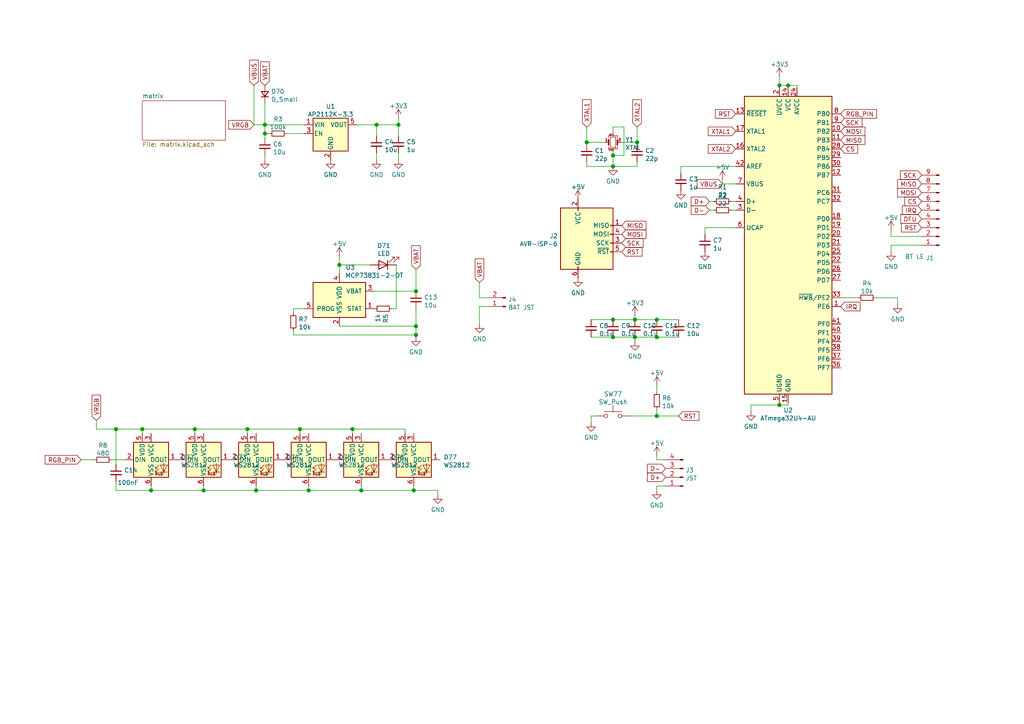
<source format=kicad_sch>
(kicad_sch (version 20210126) (generator eeschema)
  (paper "A4")
  (lib_symbols
    (symbol "Battery_Management:MCP73831-2-OT" (pin_names (offset 1.016))
      (property "Reference" "U" (at -7.62 6.35 0))
      (property "Value" "MCP73831-2-OT" (at 1.27 6.35 0))
      (symbol "MCP73831-2-OT_0_1"
        (rectangle (start -7.62 5.08) (end 7.62 -5.08) (stroke (width 0.254)) (fill (type background)))
      )
      (symbol "MCP73831-2-OT_1_1"
        (pin output line (at 10.16 -2.54 180) (length 2.54) (name "STAT") (number "1"))
        (pin power_in line (at 0 -7.62 90) (length 2.54) (name "VSS") (number "2"))
        (pin power_out line (at 10.16 2.54 180) (length 2.54) (name "VBAT") (number "3"))
        (pin power_in line (at 0 7.62 270) (length 2.54) (name "VDD") (number "4"))
        (pin input line (at -10.16 -2.54 0) (length 2.54) (name "PROG") (number "5"))
      )
    )
    (symbol "Connector:AVR-ISP-6" (pin_names (offset 1.016))
      (property "Reference" "J" (at -6.35 11.43 0))
      (property "Value" "AVR-ISP-6" (at 0 11.43 0))
      (symbol "AVR-ISP-6_0_1"
        (rectangle (start -2.667 -6.858) (end -2.413 -7.62))
        (rectangle (start -2.667 10.16) (end -2.413 9.398))
        (rectangle (start 7.62 -2.413) (end 6.858 -2.667))
        (rectangle (start 7.62 0.127) (end 6.858 -0.127))
        (rectangle (start 7.62 2.667) (end 6.858 2.413))
        (rectangle (start 7.62 5.207) (end 6.858 4.953))
        (rectangle (start 7.62 10.16) (end -7.62 -7.62) (stroke (width 0.254)) (fill (type background)))
      )
      (symbol "AVR-ISP-6_1_1"
        (pin passive line (at 10.16 5.08 180) (length 2.54) (name "MISO") (number "1"))
        (pin passive line (at -2.54 12.7 270) (length 2.54) (name "VCC") (number "2"))
        (pin passive line (at 10.16 0 180) (length 2.54) (name "SCK") (number "3"))
        (pin passive line (at 10.16 2.54 180) (length 2.54) (name "MOSI") (number "4"))
        (pin passive line (at 10.16 -2.54 180) (length 2.54) (name "~RST") (number "5"))
        (pin passive line (at -2.54 -10.16 90) (length 2.54) (name "GND") (number "6"))
      )
    )
    (symbol "Connector:Conn_01x02_Male" (pin_names (offset 1.016) hide)
      (property "Reference" "J" (at 0 2.54 0))
      (property "Value" "Conn_01x02_Male" (at 0 -5.08 0))
      (symbol "Conn_01x02_Male_1_1"
        (rectangle (start 0.8636 -2.413) (end 0 -2.667) (stroke (width 0.1524)) (fill (type outline)))
        (rectangle (start 0.8636 0.127) (end 0 -0.127) (stroke (width 0.1524)) (fill (type outline)))
        (polyline (pts (xy 1.27 -2.54) (xy 0.8636 -2.54)) (stroke (width 0.1524)))
        (polyline (pts (xy 1.27 0) (xy 0.8636 0)) (stroke (width 0.1524)))
        (pin passive line (at 5.08 0 180) (length 3.81) (name "Pin_1") (number "1"))
        (pin passive line (at 5.08 -2.54 180) (length 3.81) (name "Pin_2") (number "2"))
      )
    )
    (symbol "Connector:Conn_01x04_Male" (pin_names (offset 1.016) hide)
      (property "Reference" "J" (at 0 5.08 0))
      (property "Value" "Conn_01x04_Male" (at 0 -7.62 0))
      (symbol "Conn_01x04_Male_1_1"
        (rectangle (start 0.8636 -4.953) (end 0 -5.207) (stroke (width 0.1524)) (fill (type outline)))
        (rectangle (start 0.8636 -2.413) (end 0 -2.667) (stroke (width 0.1524)) (fill (type outline)))
        (rectangle (start 0.8636 0.127) (end 0 -0.127) (stroke (width 0.1524)) (fill (type outline)))
        (rectangle (start 0.8636 2.667) (end 0 2.413) (stroke (width 0.1524)) (fill (type outline)))
        (polyline (pts (xy 1.27 -5.08) (xy 0.8636 -5.08)) (stroke (width 0.1524)))
        (polyline (pts (xy 1.27 -2.54) (xy 0.8636 -2.54)) (stroke (width 0.1524)))
        (polyline (pts (xy 1.27 0) (xy 0.8636 0)) (stroke (width 0.1524)))
        (polyline (pts (xy 1.27 2.54) (xy 0.8636 2.54)) (stroke (width 0.1524)))
        (pin passive line (at 5.08 2.54 180) (length 3.81) (name "Pin_1") (number "1"))
        (pin passive line (at 5.08 0 180) (length 3.81) (name "Pin_2") (number "2"))
        (pin passive line (at 5.08 -2.54 180) (length 3.81) (name "Pin_3") (number "3"))
        (pin passive line (at 5.08 -5.08 180) (length 3.81) (name "Pin_4") (number "4"))
      )
    )
    (symbol "Connector:Conn_01x09_Male" (pin_names (offset 1.016) hide)
      (property "Reference" "J" (at 0 12.7 0))
      (property "Value" "Conn_01x09_Male" (at 0 -12.7 0))
      (symbol "Conn_01x09_Male_1_1"
        (rectangle (start 0.8636 -10.033) (end 0 -10.287) (stroke (width 0.1524)) (fill (type outline)))
        (rectangle (start 0.8636 -7.493) (end 0 -7.747) (stroke (width 0.1524)) (fill (type outline)))
        (rectangle (start 0.8636 -4.953) (end 0 -5.207) (stroke (width 0.1524)) (fill (type outline)))
        (rectangle (start 0.8636 -2.413) (end 0 -2.667) (stroke (width 0.1524)) (fill (type outline)))
        (rectangle (start 0.8636 0.127) (end 0 -0.127) (stroke (width 0.1524)) (fill (type outline)))
        (rectangle (start 0.8636 2.667) (end 0 2.413) (stroke (width 0.1524)) (fill (type outline)))
        (rectangle (start 0.8636 5.207) (end 0 4.953) (stroke (width 0.1524)) (fill (type outline)))
        (rectangle (start 0.8636 7.747) (end 0 7.493) (stroke (width 0.1524)) (fill (type outline)))
        (rectangle (start 0.8636 10.287) (end 0 10.033) (stroke (width 0.1524)) (fill (type outline)))
        (polyline (pts (xy 1.27 -10.16) (xy 0.8636 -10.16)) (stroke (width 0.1524)))
        (polyline (pts (xy 1.27 -7.62) (xy 0.8636 -7.62)) (stroke (width 0.1524)))
        (polyline (pts (xy 1.27 -5.08) (xy 0.8636 -5.08)) (stroke (width 0.1524)))
        (polyline (pts (xy 1.27 -2.54) (xy 0.8636 -2.54)) (stroke (width 0.1524)))
        (polyline (pts (xy 1.27 0) (xy 0.8636 0)) (stroke (width 0.1524)))
        (polyline (pts (xy 1.27 2.54) (xy 0.8636 2.54)) (stroke (width 0.1524)))
        (polyline (pts (xy 1.27 5.08) (xy 0.8636 5.08)) (stroke (width 0.1524)))
        (polyline (pts (xy 1.27 7.62) (xy 0.8636 7.62)) (stroke (width 0.1524)))
        (polyline (pts (xy 1.27 10.16) (xy 0.8636 10.16)) (stroke (width 0.1524)))
        (pin passive line (at 5.08 10.16 180) (length 3.81) (name "Pin_1") (number "1"))
        (pin passive line (at 5.08 7.62 180) (length 3.81) (name "Pin_2") (number "2"))
        (pin passive line (at 5.08 5.08 180) (length 3.81) (name "Pin_3") (number "3"))
        (pin passive line (at 5.08 2.54 180) (length 3.81) (name "Pin_4") (number "4"))
        (pin passive line (at 5.08 0 180) (length 3.81) (name "Pin_5") (number "5"))
        (pin passive line (at 5.08 -2.54 180) (length 3.81) (name "Pin_6") (number "6"))
        (pin passive line (at 5.08 -5.08 180) (length 3.81) (name "Pin_7") (number "7"))
        (pin passive line (at 5.08 -7.62 180) (length 3.81) (name "Pin_8") (number "8"))
        (pin passive line (at 5.08 -10.16 180) (length 3.81) (name "Pin_9") (number "9"))
      )
    )
    (symbol "Device:C_Small" (pin_numbers hide) (pin_names (offset 0.254) hide)
      (property "Reference" "C" (at 0.254 1.778 0))
      (property "Value" "C_Small" (at 0.254 -2.032 0))
      (symbol "C_Small_0_1"
        (polyline (pts (xy -1.524 -0.508) (xy 1.524 -0.508)) (stroke (width 0.3302)))
        (polyline (pts (xy -1.524 0.508) (xy 1.524 0.508)) (stroke (width 0.3048)))
      )
      (symbol "C_Small_1_1"
        (pin passive line (at 0 2.54 270) (length 2.032) (name "~") (number "1"))
        (pin passive line (at 0 -2.54 90) (length 2.032) (name "~") (number "2"))
      )
    )
    (symbol "Device:Crystal_GND24_Small" (pin_names (offset 1.016) hide)
      (property "Reference" "Y" (at 1.27 4.445 0))
      (property "Value" "Crystal_GND24_Small" (at 1.27 2.54 0))
      (symbol "Crystal_GND24_Small_0_1"
        (rectangle (start -0.762 -1.524) (end 0.762 1.524))
        (polyline (pts (xy -1.27 -0.762) (xy -1.27 0.762)) (stroke (width 0.381)))
        (polyline (pts (xy 1.27 -0.762) (xy 1.27 0.762)) (stroke (width 0.381)))
        (polyline (pts (xy -1.27 -1.27) (xy -1.27 -1.905) (xy 1.27 -1.905) (xy 1.27 -1.27)))
        (polyline (pts (xy -1.27 1.27) (xy -1.27 1.905) (xy 1.27 1.905) (xy 1.27 1.27)))
      )
      (symbol "Crystal_GND24_Small_1_1"
        (pin passive line (at -2.54 0 0) (length 1.27) (name "1") (number "1"))
        (pin passive line (at 0 -2.54 90) (length 0.635) (name "2") (number "2"))
        (pin passive line (at 2.54 0 180) (length 1.27) (name "3") (number "3"))
        (pin passive line (at 0 2.54 270) (length 0.635) (name "4") (number "4"))
      )
    )
    (symbol "Device:D_Small" (pin_numbers hide) (pin_names (offset 0.254) hide)
      (property "Reference" "D" (at -1.27 2.032 0))
      (property "Value" "D_Small" (at -3.81 -2.032 0))
      (symbol "D_Small_0_1"
        (polyline (pts (xy -0.762 -1.016) (xy -0.762 1.016)) (stroke (width 0.254)))
        (polyline (pts (xy -0.762 0) (xy 0.762 0)))
        (polyline (pts (xy 0.762 -1.016) (xy -0.762 0) (xy 0.762 1.016) (xy 0.762 -1.016)) (stroke (width 0.254)))
      )
      (symbol "D_Small_1_1"
        (pin passive line (at -2.54 0 0) (length 1.778) (name "K") (number "1"))
        (pin passive line (at 2.54 0 180) (length 1.778) (name "A") (number "2"))
      )
    )
    (symbol "Device:LED" (pin_numbers hide) (pin_names (offset 1.016) hide)
      (property "Reference" "D" (at 0 2.54 0))
      (property "Value" "LED" (at 0 -2.54 0))
      (symbol "LED_0_1"
        (polyline (pts (xy -1.27 -1.27) (xy -1.27 1.27)) (stroke (width 0.254)))
        (polyline (pts (xy -1.27 0) (xy 1.27 0)))
        (polyline (pts (xy 1.27 -1.27) (xy 1.27 1.27) (xy -1.27 0) (xy 1.27 -1.27)) (stroke (width 0.254)))
        (polyline (pts (xy -3.048 -0.762) (xy -4.572 -2.286) (xy -3.81 -2.286) (xy -4.572 -2.286) (xy -4.572 -1.524)))
        (polyline (pts (xy -1.778 -0.762) (xy -3.302 -2.286) (xy -2.54 -2.286) (xy -3.302 -2.286) (xy -3.302 -1.524)))
      )
      (symbol "LED_1_1"
        (pin passive line (at -3.81 0 0) (length 2.54) (name "K") (number "1"))
        (pin passive line (at 3.81 0 180) (length 2.54) (name "A") (number "2"))
      )
    )
    (symbol "Device:R_Small" (pin_numbers hide) (pin_names (offset 0.254) hide)
      (property "Reference" "R" (at 0.762 0.508 0))
      (property "Value" "R_Small" (at 0.762 -1.016 0))
      (symbol "R_Small_0_1"
        (rectangle (start -0.762 1.778) (end 0.762 -1.778) (stroke (width 0.2032)))
      )
      (symbol "R_Small_1_1"
        (pin passive line (at 0 2.54 270) (length 0.762) (name "~") (number "1"))
        (pin passive line (at 0 -2.54 90) (length 0.762) (name "~") (number "2"))
      )
    )
    (symbol "LED:WS2812" (pin_names (offset 0.254))
      (property "Reference" "D" (at 5.08 5.715 0))
      (property "Value" "WS2812" (at 1.27 -5.715 0))
      (symbol "WS2812_0_0"
        (text "RGB" (at 2.286 -4.191 0) (effects (font (size 0.762 0.762))))
      )
      (symbol "WS2812_0_1"
        (rectangle (start 5.08 5.08) (end -5.08 -5.08) (stroke (width 0.254)) (fill (type background)))
        (polyline (pts (xy 1.27 -3.556) (xy 1.778 -3.556)))
        (polyline (pts (xy 1.27 -2.54) (xy 1.778 -2.54)))
        (polyline (pts (xy 4.699 -3.556) (xy 2.667 -3.556)))
        (polyline (pts (xy 2.286 -2.54) (xy 1.27 -3.556) (xy 1.27 -3.048)))
        (polyline (pts (xy 2.286 -1.524) (xy 1.27 -2.54) (xy 1.27 -2.032)))
        (polyline (pts (xy 3.683 -1.016) (xy 3.683 -3.556) (xy 3.683 -4.064)))
        (polyline (pts (xy 4.699 -1.524) (xy 2.667 -1.524) (xy 3.683 -3.556) (xy 4.699 -1.524)))
      )
      (symbol "WS2812_1_1"
        (pin output line (at 7.62 0 180) (length 2.54) (name "DOUT") (number "1"))
        (pin input line (at -7.62 0 0) (length 2.54) (name "DIN") (number "2"))
        (pin power_in line (at 0 7.62 270) (length 2.54) (name "VCC") (number "3"))
        (pin no_connect line (at 5.08 2.54 180) (length 2.54) hide (name "NC") (number "4"))
        (pin power_in line (at -2.54 7.62 270) (length 2.54) (name "VDD") (number "5"))
        (pin power_in line (at 0 -7.62 90) (length 2.54) (name "VSS") (number "6"))
      )
    )
    (symbol "MCU_Microchip_ATmega:ATmega32U4-AU"
      (property "Reference" "U" (at -12.7 44.45 0))
      (property "Value" "ATmega32U4-AU" (at 2.54 -44.45 0))
      (symbol "ATmega32U4-AU_0_1"
        (rectangle (start -12.7 -43.18) (end 12.7 43.18) (stroke (width 0.254)) (fill (type background)))
      )
      (symbol "ATmega32U4-AU_1_1"
        (pin bidirectional line (at 15.24 -17.78 180) (length 2.54) (name "PE6") (number "1"))
        (pin bidirectional line (at 15.24 33.02 180) (length 2.54) (name "PB2") (number "10"))
        (pin bidirectional line (at 15.24 30.48 180) (length 2.54) (name "PB3") (number "11"))
        (pin bidirectional line (at 15.24 20.32 180) (length 2.54) (name "PB7") (number "12"))
        (pin input line (at -15.24 38.1 0) (length 2.54) (name "~RESET") (number "13"))
        (pin power_in line (at 0 45.72 270) (length 2.54) (name "VCC") (number "14"))
        (pin power_in line (at 0 -45.72 90) (length 2.54) (name "GND") (number "15"))
        (pin output line (at -15.24 27.94 0) (length 2.54) (name "XTAL2") (number "16"))
        (pin input line (at -15.24 33.02 0) (length 2.54) (name "XTAL1") (number "17"))
        (pin bidirectional line (at 15.24 7.62 180) (length 2.54) (name "PD0") (number "18"))
        (pin bidirectional line (at 15.24 5.08 180) (length 2.54) (name "PD1") (number "19"))
        (pin power_in line (at -2.54 45.72 270) (length 2.54) (name "UVCC") (number "2"))
        (pin bidirectional line (at 15.24 2.54 180) (length 2.54) (name "PD2") (number "20"))
        (pin bidirectional line (at 15.24 0 180) (length 2.54) (name "PD3") (number "21"))
        (pin bidirectional line (at 15.24 -5.08 180) (length 2.54) (name "PD5") (number "22"))
        (pin passive line (at 0 -45.72 90) (length 2.54) hide (name "GND") (number "23"))
        (pin power_in line (at 2.54 45.72 270) (length 2.54) (name "AVCC") (number "24"))
        (pin bidirectional line (at 15.24 -2.54 180) (length 2.54) (name "PD4") (number "25"))
        (pin bidirectional line (at 15.24 -7.62 180) (length 2.54) (name "PD6") (number "26"))
        (pin bidirectional line (at 15.24 -10.16 180) (length 2.54) (name "PD7") (number "27"))
        (pin bidirectional line (at 15.24 27.94 180) (length 2.54) (name "PB4") (number "28"))
        (pin bidirectional line (at 15.24 25.4 180) (length 2.54) (name "PB5") (number "29"))
        (pin bidirectional line (at -15.24 10.16 0) (length 2.54) (name "D-") (number "3"))
        (pin bidirectional line (at 15.24 22.86 180) (length 2.54) (name "PB6") (number "30"))
        (pin bidirectional line (at 15.24 15.24 180) (length 2.54) (name "PC6") (number "31"))
        (pin bidirectional line (at 15.24 12.7 180) (length 2.54) (name "PC7") (number "32"))
        (pin bidirectional line (at 15.24 -15.24 180) (length 2.54) (name "~HWB~/PE2") (number "33"))
        (pin passive line (at 0 45.72 270) (length 2.54) hide (name "VCC") (number "34"))
        (pin passive line (at 0 -45.72 90) (length 2.54) hide (name "GND") (number "35"))
        (pin bidirectional line (at 15.24 -35.56 180) (length 2.54) (name "PF7") (number "36"))
        (pin bidirectional line (at 15.24 -33.02 180) (length 2.54) (name "PF6") (number "37"))
        (pin bidirectional line (at 15.24 -30.48 180) (length 2.54) (name "PF5") (number "38"))
        (pin bidirectional line (at 15.24 -27.94 180) (length 2.54) (name "PF4") (number "39"))
        (pin bidirectional line (at -15.24 12.7 0) (length 2.54) (name "D+") (number "4"))
        (pin bidirectional line (at 15.24 -25.4 180) (length 2.54) (name "PF1") (number "40"))
        (pin bidirectional line (at 15.24 -22.86 180) (length 2.54) (name "PF0") (number "41"))
        (pin passive line (at -15.24 22.86 0) (length 2.54) (name "AREF") (number "42"))
        (pin passive line (at 0 -45.72 90) (length 2.54) hide (name "GND") (number "43"))
        (pin passive line (at 2.54 45.72 270) (length 2.54) hide (name "AVCC") (number "44"))
        (pin passive line (at -2.54 -45.72 90) (length 2.54) (name "UGND") (number "5"))
        (pin passive line (at -15.24 5.08 0) (length 2.54) (name "UCAP") (number "6"))
        (pin input line (at -15.24 17.78 0) (length 2.54) (name "VBUS") (number "7"))
        (pin bidirectional line (at 15.24 38.1 180) (length 2.54) (name "PB0") (number "8"))
        (pin bidirectional line (at 15.24 35.56 180) (length 2.54) (name "PB1") (number "9"))
      )
    )
    (symbol "Regulator_Linear:AP2112K-3.3" (pin_names (offset 0.254))
      (property "Reference" "U" (at -5.08 5.715 0))
      (property "Value" "AP2112K-3.3" (at 0 5.715 0))
      (symbol "AP2112K-3.3_0_1"
        (rectangle (start -5.08 4.445) (end 5.08 -5.08) (stroke (width 0.254)) (fill (type background)))
      )
      (symbol "AP2112K-3.3_1_1"
        (pin power_in line (at -7.62 2.54 0) (length 2.54) (name "VIN") (number "1"))
        (pin power_in line (at 0 -7.62 90) (length 2.54) (name "GND") (number "2"))
        (pin input line (at -7.62 0 0) (length 2.54) (name "EN") (number "3"))
        (pin no_connect line (at 5.08 0 180) (length 2.54) hide (name "NC") (number "4"))
        (pin power_out line (at 7.62 2.54 180) (length 2.54) (name "VOUT") (number "5"))
      )
    )
    (symbol "Switch:SW_Push" (pin_numbers hide) (pin_names (offset 1.016) hide)
      (property "Reference" "SW" (at 1.27 2.54 0))
      (property "Value" "SW_Push" (at 0 -1.524 0))
      (symbol "SW_Push_0_1"
        (circle (center -2.032 0) (radius 0.508))
        (circle (center 2.032 0) (radius 0.508))
        (polyline (pts (xy 0 1.27) (xy 0 3.048)))
        (polyline (pts (xy 2.54 1.27) (xy -2.54 1.27)))
        (pin passive line (at -5.08 0 0) (length 2.54) (name "1") (number "1"))
        (pin passive line (at 5.08 0 180) (length 2.54) (name "2") (number "2"))
      )
    )
    (symbol "power:+3.3V" (power) (pin_names (offset 0))
      (property "Value" "+3.3V" (at 0 3.556 0))
      (symbol "+3.3V_0_1"
        (polyline (pts (xy -0.762 1.27) (xy 0 2.54)))
        (polyline (pts (xy 0 0) (xy 0 2.54)))
        (polyline (pts (xy 0 2.54) (xy 0.762 1.27)))
      )
      (symbol "+3.3V_1_1"
        (pin power_in line (at 0 0 90) (length 0) hide (name "+3V3") (number "1"))
      )
    )
    (symbol "power:+5V" (power) (pin_names (offset 0))
      (property "Value" "+5V" (at 0 3.556 0))
      (symbol "+5V_0_1"
        (polyline (pts (xy -0.762 1.27) (xy 0 2.54)))
        (polyline (pts (xy 0 0) (xy 0 2.54)))
        (polyline (pts (xy 0 2.54) (xy 0.762 1.27)))
      )
      (symbol "+5V_1_1"
        (pin power_in line (at 0 0 90) (length 0) hide (name "+5V") (number "1"))
      )
    )
    (symbol "power:GND" (power) (pin_names (offset 0))
      (property "Value" "GND" (at 0 -3.81 0))
      (symbol "GND_0_1"
        (polyline (pts (xy 0 0) (xy 0 -1.27) (xy 1.27 -1.27) (xy 0 -2.54) (xy -1.27 -1.27) (xy 0 -1.27)))
      )
      (symbol "GND_1_1"
        (pin power_in line (at 0 0 270) (length 0) hide (name "GND") (number "1"))
      )
    )
  )
  (junction (at 33.655 124.46) (diameter 1.016))
  (junction (at 41.275 124.46) (diameter 1.016))
  (junction (at 43.815 142.24) (diameter 1.016))
  (junction (at 56.515 124.46) (diameter 1.016))
  (junction (at 59.055 142.24) (diameter 1.016))
  (junction (at 71.755 124.46) (diameter 1.016))
  (junction (at 74.295 142.24) (diameter 1.016))
  (junction (at 76.835 36.195) (diameter 1.016))
  (junction (at 76.835 38.735) (diameter 1.016))
  (junction (at 86.995 124.46) (diameter 1.016))
  (junction (at 89.535 142.24) (diameter 1.016))
  (junction (at 98.425 76.835) (diameter 1.016))
  (junction (at 102.235 124.46) (diameter 1.016))
  (junction (at 104.775 142.24) (diameter 1.016))
  (junction (at 109.22 36.195) (diameter 1.016))
  (junction (at 115.57 36.195) (diameter 1.016))
  (junction (at 120.015 142.24) (diameter 1.016))
  (junction (at 120.65 84.455) (diameter 1.016))
  (junction (at 120.65 94.615) (diameter 1.016))
  (junction (at 120.65 97.155) (diameter 1.016))
  (junction (at 170.18 41.275) (diameter 1.016))
  (junction (at 177.8 45.085) (diameter 1.016))
  (junction (at 177.8 48.26) (diameter 1.016))
  (junction (at 177.8 92.71) (diameter 1.016))
  (junction (at 177.8 97.79) (diameter 1.016))
  (junction (at 184.15 92.71) (diameter 1.016))
  (junction (at 184.15 97.79) (diameter 1.016))
  (junction (at 184.785 41.275) (diameter 1.016))
  (junction (at 190.5 92.71) (diameter 1.016))
  (junction (at 190.5 97.79) (diameter 1.016))
  (junction (at 190.5 120.65) (diameter 1.016))
  (junction (at 226.06 24.765) (diameter 1.016))
  (junction (at 226.06 117.475) (diameter 1.016))
  (junction (at 228.6 24.765) (diameter 1.016))
  (wire (pts (xy 23.495 133.35) (xy 27.305 133.35)))
  (wire (pts (xy 27.94 121.92) (xy 27.94 124.46)))
  (wire (pts (xy 27.94 124.46) (xy 33.655 124.46)))
  (wire (pts (xy 32.385 133.35) (xy 36.195 133.35)))
  (wire (pts (xy 33.655 124.46) (xy 33.655 134.62)))
  (wire (pts (xy 33.655 124.46) (xy 41.275 124.46)))
  (wire (pts (xy 33.655 142.24) (xy 33.655 139.7)))
  (wire (pts (xy 41.275 124.46) (xy 56.515 124.46)))
  (wire (pts (xy 41.275 125.73) (xy 41.275 124.46)))
  (wire (pts (xy 43.815 140.97) (xy 43.815 142.24)))
  (wire (pts (xy 43.815 142.24) (xy 33.655 142.24)))
  (wire (pts (xy 43.815 142.24) (xy 59.055 142.24)))
  (wire (pts (xy 56.515 124.46) (xy 56.515 125.73)))
  (wire (pts (xy 56.515 124.46) (xy 71.755 124.46)))
  (wire (pts (xy 59.055 142.24) (xy 59.055 140.97)))
  (wire (pts (xy 59.055 142.24) (xy 74.295 142.24)))
  (wire (pts (xy 71.755 124.46) (xy 71.755 125.73)))
  (wire (pts (xy 71.755 124.46) (xy 86.995 124.46)))
  (wire (pts (xy 73.66 24.765) (xy 73.66 36.195)))
  (wire (pts (xy 73.66 36.195) (xy 76.835 36.195)))
  (wire (pts (xy 74.295 142.24) (xy 74.295 140.97)))
  (wire (pts (xy 74.295 142.24) (xy 89.535 142.24)))
  (wire (pts (xy 76.835 29.845) (xy 76.835 36.195)))
  (wire (pts (xy 76.835 36.195) (xy 76.835 38.735)))
  (wire (pts (xy 76.835 36.195) (xy 88.265 36.195)))
  (wire (pts (xy 76.835 38.735) (xy 76.835 40.005)))
  (wire (pts (xy 76.835 38.735) (xy 78.105 38.735)))
  (wire (pts (xy 76.835 45.085) (xy 76.835 46.355)))
  (wire (pts (xy 83.185 38.735) (xy 88.265 38.735)))
  (wire (pts (xy 85.09 89.535) (xy 88.265 89.535)))
  (wire (pts (xy 85.09 90.805) (xy 85.09 89.535)))
  (wire (pts (xy 85.09 95.885) (xy 85.09 97.155)))
  (wire (pts (xy 85.09 97.155) (xy 120.65 97.155)))
  (wire (pts (xy 86.995 124.46) (xy 86.995 125.73)))
  (wire (pts (xy 86.995 124.46) (xy 102.235 124.46)))
  (wire (pts (xy 89.535 142.24) (xy 89.535 140.97)))
  (wire (pts (xy 89.535 142.24) (xy 104.775 142.24)))
  (wire (pts (xy 98.425 74.295) (xy 98.425 76.835)))
  (wire (pts (xy 98.425 76.835) (xy 98.425 79.375)))
  (wire (pts (xy 98.425 76.835) (xy 107.315 76.835)))
  (wire (pts (xy 98.425 94.615) (xy 120.65 94.615)))
  (wire (pts (xy 102.235 124.46) (xy 102.235 125.73)))
  (wire (pts (xy 102.235 124.46) (xy 117.475 124.46)))
  (wire (pts (xy 103.505 36.195) (xy 109.22 36.195)))
  (wire (pts (xy 104.775 142.24) (xy 104.775 140.97)))
  (wire (pts (xy 104.775 142.24) (xy 120.015 142.24)))
  (wire (pts (xy 108.585 84.455) (xy 120.65 84.455)))
  (wire (pts (xy 109.22 36.195) (xy 109.22 39.37)))
  (wire (pts (xy 109.22 36.195) (xy 115.57 36.195)))
  (wire (pts (xy 109.22 44.45) (xy 109.22 46.355)))
  (wire (pts (xy 114.935 76.835) (xy 114.935 89.535)))
  (wire (pts (xy 114.935 89.535) (xy 113.665 89.535)))
  (wire (pts (xy 115.57 34.29) (xy 115.57 36.195)))
  (wire (pts (xy 115.57 36.195) (xy 115.57 39.37)))
  (wire (pts (xy 115.57 44.45) (xy 115.57 46.355)))
  (wire (pts (xy 117.475 124.46) (xy 117.475 125.73)))
  (wire (pts (xy 120.015 142.24) (xy 120.015 140.97)))
  (wire (pts (xy 120.015 142.24) (xy 127 142.24)))
  (wire (pts (xy 120.65 78.105) (xy 120.65 84.455)))
  (wire (pts (xy 120.65 89.535) (xy 120.65 94.615)))
  (wire (pts (xy 120.65 94.615) (xy 120.65 97.155)))
  (wire (pts (xy 120.65 97.155) (xy 120.65 97.79)))
  (wire (pts (xy 127 142.24) (xy 127 143.51)))
  (wire (pts (xy 139.065 81.915) (xy 139.065 86.36)))
  (wire (pts (xy 139.065 88.9) (xy 139.065 93.98)))
  (wire (pts (xy 141.605 86.36) (xy 139.065 86.36)))
  (wire (pts (xy 141.605 88.9) (xy 139.065 88.9)))
  (wire (pts (xy 170.18 36.83) (xy 170.18 41.275)))
  (wire (pts (xy 170.18 41.275) (xy 170.18 41.91)))
  (wire (pts (xy 170.18 41.275) (xy 175.26 41.275)))
  (wire (pts (xy 170.18 48.26) (xy 170.18 46.99)))
  (wire (pts (xy 170.18 48.26) (xy 177.8 48.26)))
  (wire (pts (xy 171.45 92.71) (xy 177.8 92.71)))
  (wire (pts (xy 171.45 97.79) (xy 177.8 97.79)))
  (wire (pts (xy 171.45 120.65) (xy 172.72 120.65)))
  (wire (pts (xy 171.45 122.555) (xy 171.45 120.65)))
  (wire (pts (xy 177.8 36.83) (xy 180.975 36.83)))
  (wire (pts (xy 177.8 38.735) (xy 177.8 36.83)))
  (wire (pts (xy 177.8 45.085) (xy 177.8 43.815)))
  (wire (pts (xy 177.8 45.085) (xy 177.8 48.26)))
  (wire (pts (xy 177.8 48.26) (xy 184.785 48.26)))
  (wire (pts (xy 177.8 92.71) (xy 184.15 92.71)))
  (wire (pts (xy 177.8 97.79) (xy 184.15 97.79)))
  (wire (pts (xy 180.34 41.275) (xy 184.785 41.275)))
  (wire (pts (xy 180.975 36.83) (xy 180.975 45.085)))
  (wire (pts (xy 180.975 45.085) (xy 177.8 45.085)))
  (wire (pts (xy 182.88 120.65) (xy 190.5 120.65)))
  (wire (pts (xy 184.15 91.44) (xy 184.15 92.71)))
  (wire (pts (xy 184.15 92.71) (xy 190.5 92.71)))
  (wire (pts (xy 184.15 97.79) (xy 184.15 99.06)))
  (wire (pts (xy 184.15 97.79) (xy 190.5 97.79)))
  (wire (pts (xy 184.785 36.83) (xy 184.785 41.275)))
  (wire (pts (xy 184.785 41.275) (xy 184.785 41.91)))
  (wire (pts (xy 184.785 48.26) (xy 184.785 46.99)))
  (wire (pts (xy 190.5 92.71) (xy 196.85 92.71)))
  (wire (pts (xy 190.5 97.79) (xy 196.85 97.79)))
  (wire (pts (xy 190.5 111.76) (xy 190.5 113.665)))
  (wire (pts (xy 190.5 118.745) (xy 190.5 120.65)))
  (wire (pts (xy 190.5 120.65) (xy 196.85 120.65)))
  (wire (pts (xy 190.5 132.08) (xy 190.5 133.35)))
  (wire (pts (xy 190.5 133.35) (xy 193.04 133.35)))
  (wire (pts (xy 190.5 140.97) (xy 193.04 140.97)))
  (wire (pts (xy 190.5 142.24) (xy 190.5 140.97)))
  (wire (pts (xy 197.485 48.26) (xy 213.36 48.26)))
  (wire (pts (xy 197.485 50.165) (xy 197.485 48.26)))
  (wire (pts (xy 204.47 66.04) (xy 204.47 67.945)))
  (wire (pts (xy 205.74 58.42) (xy 207.01 58.42)))
  (wire (pts (xy 205.74 60.96) (xy 207.01 60.96)))
  (wire (pts (xy 209.55 52.07) (xy 209.55 53.34)))
  (wire (pts (xy 209.55 53.34) (xy 213.36 53.34)))
  (wire (pts (xy 212.09 58.42) (xy 213.36 58.42)))
  (wire (pts (xy 212.09 60.96) (xy 213.36 60.96)))
  (wire (pts (xy 213.36 66.04) (xy 204.47 66.04)))
  (wire (pts (xy 217.805 117.475) (xy 217.805 119.38)))
  (wire (pts (xy 226.06 22.225) (xy 226.06 24.765)))
  (wire (pts (xy 226.06 24.765) (xy 228.6 24.765)))
  (wire (pts (xy 226.06 25.4) (xy 226.06 24.765)))
  (wire (pts (xy 226.06 116.84) (xy 226.06 117.475)))
  (wire (pts (xy 226.06 117.475) (xy 217.805 117.475)))
  (wire (pts (xy 228.6 24.765) (xy 228.6 25.4)))
  (wire (pts (xy 228.6 116.84) (xy 228.6 117.475)))
  (wire (pts (xy 228.6 117.475) (xy 226.06 117.475)))
  (wire (pts (xy 231.14 24.765) (xy 228.6 24.765)))
  (wire (pts (xy 231.14 25.4) (xy 231.14 24.765)))
  (wire (pts (xy 243.84 86.36) (xy 248.92 86.36)))
  (wire (pts (xy 254 86.36) (xy 260.35 86.36)))
  (wire (pts (xy 258.445 66.675) (xy 258.445 68.58)))
  (wire (pts (xy 258.445 68.58) (xy 267.335 68.58)))
  (wire (pts (xy 258.445 71.12) (xy 267.335 71.12)))
  (wire (pts (xy 258.445 73.025) (xy 258.445 71.12)))
  (wire (pts (xy 260.35 86.36) (xy 260.35 88.265)))
  (global_label "RGB_PIN" (shape input) (at 23.495 133.35 180) (property "Intersheet References" "${INTERSHEET_REFS}" (effects hide)))
  (global_label "VRGB" (shape input) (at 27.94 121.92 90) (property "Intersheet References" "${INTERSHEET_REFS}" (effects hide)))
  (global_label "VBUS" (shape input) (at 73.66 24.765 90) (property "Intersheet References" "${INTERSHEET_REFS}" (effects hide)))
  (global_label "VRGB" (shape input) (at 73.66 36.195 180) (property "Intersheet References" "${INTERSHEET_REFS}" (effects hide)))
  (global_label "VBAT" (shape input) (at 76.835 24.765 90) (property "Intersheet References" "${INTERSHEET_REFS}" (effects hide)))
  (global_label "VBAT" (shape input) (at 120.65 78.105 90) (property "Intersheet References" "${INTERSHEET_REFS}" (effects hide)))
  (global_label "VBAT" (shape input) (at 139.065 81.915 90) (property "Intersheet References" "${INTERSHEET_REFS}" (effects hide)))
  (global_label "XTAL1" (shape input) (at 170.18 36.83 90) (property "Intersheet References" "${INTERSHEET_REFS}" (effects hide)))
  (global_label "MISO" (shape input) (at 180.34 65.405 0) (property "Intersheet References" "${INTERSHEET_REFS}" (effects hide)))
  (global_label "MOSI" (shape input) (at 180.34 67.945 0) (property "Intersheet References" "${INTERSHEET_REFS}" (effects hide)))
  (global_label "SCK" (shape input) (at 180.34 70.485 0) (property "Intersheet References" "${INTERSHEET_REFS}" (effects hide)))
  (global_label "RST" (shape input) (at 180.34 73.025 0) (property "Intersheet References" "${INTERSHEET_REFS}" (effects hide)))
  (global_label "XTAL2" (shape input) (at 184.785 36.83 90) (property "Intersheet References" "${INTERSHEET_REFS}" (effects hide)))
  (global_label "D-" (shape input) (at 193.04 135.89 180) (property "Intersheet References" "${INTERSHEET_REFS}" (effects hide)))
  (global_label "D+" (shape input) (at 193.04 138.43 180) (property "Intersheet References" "${INTERSHEET_REFS}" (effects hide)))
  (global_label "RST" (shape input) (at 196.85 120.65 0) (property "Intersheet References" "${INTERSHEET_REFS}" (effects hide)))
  (global_label "D+" (shape input) (at 205.74 58.42 180) (property "Intersheet References" "${INTERSHEET_REFS}" (effects hide)))
  (global_label "D-" (shape input) (at 205.74 60.96 180) (property "Intersheet References" "${INTERSHEET_REFS}" (effects hide)))
  (global_label "VBUS" (shape input) (at 209.55 53.34 180) (property "Intersheet References" "${INTERSHEET_REFS}" (effects hide)))
  (global_label "RST" (shape input) (at 213.36 33.02 180) (property "Intersheet References" "${INTERSHEET_REFS}" (effects hide)))
  (global_label "XTAL1" (shape input) (at 213.36 38.1 180) (property "Intersheet References" "${INTERSHEET_REFS}" (effects hide)))
  (global_label "XTAL2" (shape input) (at 213.36 43.18 180) (property "Intersheet References" "${INTERSHEET_REFS}" (effects hide)))
  (global_label "RGB_PIN" (shape input) (at 243.84 33.02 0) (property "Intersheet References" "${INTERSHEET_REFS}" (effects hide)))
  (global_label "SCK" (shape input) (at 243.84 35.56 0) (property "Intersheet References" "${INTERSHEET_REFS}" (effects hide)))
  (global_label "MOSI" (shape input) (at 243.84 38.1 0) (property "Intersheet References" "${INTERSHEET_REFS}" (effects hide)))
  (global_label "MISO" (shape input) (at 243.84 40.64 0) (property "Intersheet References" "${INTERSHEET_REFS}" (effects hide)))
  (global_label "CS" (shape input) (at 243.84 43.18 0) (property "Intersheet References" "${INTERSHEET_REFS}" (effects hide)))
  (global_label "IRQ" (shape input) (at 243.84 88.9 0) (property "Intersheet References" "${INTERSHEET_REFS}" (effects hide)))
  (global_label "SCK" (shape input) (at 267.335 50.8 180) (property "Intersheet References" "${INTERSHEET_REFS}" (effects hide)))
  (global_label "MISO" (shape input) (at 267.335 53.34 180) (property "Intersheet References" "${INTERSHEET_REFS}" (effects hide)))
  (global_label "MOSI" (shape input) (at 267.335 55.88 180) (property "Intersheet References" "${INTERSHEET_REFS}" (effects hide)))
  (global_label "CS" (shape input) (at 267.335 58.42 180) (property "Intersheet References" "${INTERSHEET_REFS}" (effects hide)))
  (global_label "IRQ" (shape input) (at 267.335 60.96 180) (property "Intersheet References" "${INTERSHEET_REFS}" (effects hide)))
  (global_label "DFU" (shape input) (at 267.335 63.5 180) (property "Intersheet References" "${INTERSHEET_REFS}" (effects hide)))
  (global_label "RST" (shape input) (at 267.335 66.04 180) (property "Intersheet References" "${INTERSHEET_REFS}" (effects hide)))
  (symbol (lib_id "power:+5V") (at 98.425 74.295 0) (unit 1)
    (property "Reference" "#PWR019" (effects hide))
    (property "Value" "+5V" (at 98.425 70.7476 0))
  )
  (symbol (lib_id "power:+3.3V") (at 115.57 34.29 0) (unit 1)
    (property "Reference" "#PWR06" (effects hide))
    (property "Value" "+3.3V" (at 115.57 30.7426 0))
  )
  (symbol (lib_id "power:+5V") (at 167.64 57.785 0) (unit 1)
    (property "Reference" "#PWR05" (effects hide))
    (property "Value" "+5V" (at 167.64 54.2376 0))
  )
  (symbol (lib_id "power:+3.3V") (at 184.15 91.44 0) (unit 1)
    (property "Reference" "#PWR017" (effects hide))
    (property "Value" "+3.3V" (at 184.15 87.8926 0))
  )
  (symbol (lib_id "power:+5V") (at 190.5 111.76 0) (unit 1)
    (property "Reference" "#PWR020" (effects hide))
    (property "Value" "+5V" (at 190.5 108.2126 0))
  )
  (symbol (lib_id "power:+5V") (at 190.5 132.08 0) (unit 1)
    (property "Reference" "#PWR024" (effects hide))
    (property "Value" "+5V" (at 190.5 128.5326 0))
  )
  (symbol (lib_id "power:+5V") (at 209.55 52.07 0) (unit 1)
    (property "Reference" "#PWR03" (effects hide))
    (property "Value" "+5V" (at 209.55 48.5226 0))
  )
  (symbol (lib_id "power:+3.3V") (at 226.06 22.225 0) (unit 1)
    (property "Reference" "#PWR01" (effects hide))
    (property "Value" "+3.3V" (at 226.06 18.6776 0))
  )
  (symbol (lib_id "power:+5V") (at 258.445 66.675 0) (unit 1)
    (property "Reference" "#PWR08" (effects hide))
    (property "Value" "+5V" (at 258.445 63.1276 0))
  )
  (symbol (lib_id "power:GND") (at 76.835 46.355 0) (unit 1)
    (property "Reference" "#PWR09" (effects hide))
    (property "Value" "GND" (at 76.835 50.6794 0))
  )
  (symbol (lib_id "power:GND") (at 95.885 46.355 0) (unit 1)
    (property "Reference" "#PWR010" (effects hide))
    (property "Value" "GND" (at 95.885 50.6794 0))
  )
  (symbol (lib_id "power:GND") (at 109.22 46.355 0) (unit 1)
    (property "Reference" "#PWR011" (effects hide))
    (property "Value" "GND" (at 109.22 50.6794 0))
  )
  (symbol (lib_id "power:GND") (at 115.57 46.355 0) (unit 1)
    (property "Reference" "#PWR012" (effects hide))
    (property "Value" "GND" (at 115.57 50.6794 0))
  )
  (symbol (lib_id "power:GND") (at 120.65 97.79 0) (unit 1)
    (property "Reference" "#PWR023" (effects hide))
    (property "Value" "GND" (at 120.65 102.1144 0))
  )
  (symbol (lib_id "power:GND") (at 127 143.51 0) (unit 1)
    (property "Reference" "#PWR07" (effects hide))
    (property "Value" "GND" (at 127 147.8344 0))
  )
  (symbol (lib_id "power:GND") (at 139.065 93.98 0) (unit 1)
    (property "Reference" "#PWR026" (effects hide))
    (property "Value" "GND" (at 139.065 98.3044 0))
  )
  (symbol (lib_id "power:GND") (at 167.64 80.645 0) (unit 1)
    (property "Reference" "#PWR015" (effects hide))
    (property "Value" "GND" (at 167.64 84.9694 0))
  )
  (symbol (lib_id "power:GND") (at 171.45 122.555 0) (unit 1)
    (property "Reference" "#PWR022" (effects hide))
    (property "Value" "GND" (at 171.45 126.8794 0))
  )
  (symbol (lib_id "power:GND") (at 177.8 48.26 0) (unit 1)
    (property "Reference" "#PWR02" (effects hide))
    (property "Value" "GND" (at 177.8 52.5844 0))
  )
  (symbol (lib_id "power:GND") (at 184.15 99.06 0) (unit 1)
    (property "Reference" "#PWR018" (effects hide))
    (property "Value" "GND" (at 184.15 103.3844 0))
  )
  (symbol (lib_id "power:GND") (at 190.5 142.24 0) (unit 1)
    (property "Reference" "#PWR025" (effects hide))
    (property "Value" "GND" (at 190.5 146.5644 0))
  )
  (symbol (lib_id "power:GND") (at 197.485 55.245 0) (unit 1)
    (property "Reference" "#PWR04" (effects hide))
    (property "Value" "GND" (at 197.485 59.5694 0))
  )
  (symbol (lib_id "power:GND") (at 204.47 73.025 0) (unit 1)
    (property "Reference" "#PWR013" (effects hide))
    (property "Value" "GND" (at 204.47 77.3494 0))
  )
  (symbol (lib_id "power:GND") (at 217.805 119.38 0) (unit 1)
    (property "Reference" "#PWR021" (effects hide))
    (property "Value" "GND" (at 217.805 123.7044 0))
  )
  (symbol (lib_id "power:GND") (at 258.445 73.025 0) (unit 1)
    (property "Reference" "#PWR014" (effects hide))
    (property "Value" "GND" (at 258.445 77.3494 0))
  )
  (symbol (lib_id "power:GND") (at 260.35 88.265 0) (unit 1)
    (property "Reference" "#PWR016" (effects hide))
    (property "Value" "GND" (at 260.35 92.5894 0))
  )
  (symbol (lib_id "Device:R_Small") (at 29.845 133.35 270) (unit 1)
    (property "Reference" "R8" (at 29.845 129.1802 90))
    (property "Value" "480" (at 29.845 131.4789 90))
    (property "Footprint" "Resistor_SMD:R_0805_2012Metric" (effects hide))
  )
  (symbol (lib_id "Device:R_Small") (at 80.645 38.735 270) (unit 1)
    (property "Reference" "R3" (at 80.645 34.5652 90))
    (property "Value" "100k" (at 80.645 36.8639 90))
    (property "Footprint" "Resistor_SMD:R_0805_2012Metric" (effects hide))
  )
  (symbol (lib_id "Device:R_Small") (at 85.09 93.345 0) (unit 1)
    (property "Reference" "R7" (at 86.5887 92.5841 0) (effects (justify left)))
    (property "Value" "10k" (at 86.5887 94.8828 0) (effects (justify left)))
    (property "Footprint" "Resistor_SMD:R_0805_2012Metric" (effects hide))
  )
  (symbol (lib_id "Device:R_Small") (at 111.125 89.535 270) (unit 1)
    (property "Reference" "R5" (at 111.8859 91.0337 0) (effects (justify left)))
    (property "Value" "1k" (at 109.5872 91.0337 0) (effects (justify left)))
    (property "Footprint" "Resistor_SMD:R_0805_2012Metric" (effects hide))
  )
  (symbol (lib_id "Device:R_Small") (at 190.5 116.205 0) (unit 1)
    (property "Reference" "R6" (at 191.9987 115.4441 0) (effects (justify left)))
    (property "Value" "10k" (at 191.9987 117.7428 0) (effects (justify left)))
    (property "Footprint" "Resistor_SMD:R_0805_2012Metric" (effects hide))
  )
  (symbol (lib_id "Device:R_Small") (at 209.55 58.42 90) (unit 1)
    (property "Reference" "R1" (at 209.55 54.2502 90))
    (property "Value" "22" (at 209.55 56.5489 90))
    (property "Footprint" "Resistor_SMD:R_0805_2012Metric" (effects hide))
  )
  (symbol (lib_id "Device:R_Small") (at 209.55 60.96 90) (unit 1)
    (property "Reference" "R2" (at 209.55 56.7902 90))
    (property "Value" "22" (at 209.55 59.0889 90))
    (property "Footprint" "Resistor_SMD:R_0805_2012Metric" (effects hide))
  )
  (symbol (lib_id "Device:R_Small") (at 251.46 86.36 90) (unit 1)
    (property "Reference" "R4" (at 251.46 82.1902 90))
    (property "Value" "10k" (at 251.46 84.4889 90))
    (property "Footprint" "Resistor_SMD:R_0805_2012Metric" (effects hide))
  )
  (symbol (lib_id "Device:D_Small") (at 76.835 27.305 90) (unit 1)
    (property "Reference" "D70" (at 78.6131 26.5441 90) (effects (justify right)))
    (property "Value" "D_Small" (at 78.6131 28.8428 90) (effects (justify right)))
    (property "Footprint" "Diode_SMD:D_0805_2012Metric" (effects hide))
  )
  (symbol (lib_id "Connector:Conn_01x02_Male") (at 146.685 88.9 180) (unit 1)
    (property "Reference" "J4" (at 147.3963 86.8691 0) (effects (justify right)))
    (property "Value" "BAT JST" (at 147.3963 89.1678 0) (effects (justify right)))
    (property "Footprint" "Connector_JST:JST_PH_S2B-PH-SM4-TB_1x02-1MP_P2.00mm_Horizontal" (effects hide))
  )
  (symbol (lib_id "Device:C_Small") (at 33.655 137.16 0) (unit 1)
    (property "Reference" "C14" (at 35.9792 136.3991 0) (effects (justify left)))
    (property "Value" "100nF" (at 34.0742 139.9678 0) (effects (justify left)))
    (property "Footprint" "Capacitor_SMD:C_0805_2012Metric" (effects hide))
  )
  (symbol (lib_id "Device:C_Small") (at 76.835 42.545 0) (unit 1)
    (property "Reference" "C6" (at 79.1592 41.7841 0) (effects (justify left)))
    (property "Value" "10u" (at 79.1592 44.0828 0) (effects (justify left)))
    (property "Footprint" "Capacitor_SMD:C_0805_2012Metric" (effects hide))
  )
  (symbol (lib_id "Device:C_Small") (at 109.22 41.91 0) (unit 1)
    (property "Reference" "C4" (at 111.5442 41.1491 0) (effects (justify left)))
    (property "Value" "10u" (at 111.5442 43.4478 0) (effects (justify left)))
    (property "Footprint" "Capacitor_SMD:C_0805_2012Metric" (effects hide))
  )
  (symbol (lib_id "Device:C_Small") (at 115.57 41.91 0) (unit 1)
    (property "Reference" "C5" (at 117.8942 41.1491 0) (effects (justify left)))
    (property "Value" "1u" (at 117.8942 43.4478 0) (effects (justify left)))
    (property "Footprint" "Capacitor_SMD:C_0805_2012Metric" (effects hide))
  )
  (symbol (lib_id "Device:C_Small") (at 120.65 86.995 0) (unit 1)
    (property "Reference" "C13" (at 122.9742 86.2341 0) (effects (justify left)))
    (property "Value" "10u" (at 122.9742 88.5328 0) (effects (justify left)))
    (property "Footprint" "Capacitor_SMD:C_0805_2012Metric" (effects hide))
  )
  (symbol (lib_id "Device:C_Small") (at 170.18 44.45 0) (unit 1)
    (property "Reference" "C1" (at 172.5042 43.6891 0) (effects (justify left)))
    (property "Value" "22p" (at 172.5042 45.9878 0) (effects (justify left)))
    (property "Footprint" "Capacitor_SMD:C_0805_2012Metric" (effects hide))
  )
  (symbol (lib_id "Device:C_Small") (at 171.45 95.25 0) (unit 1)
    (property "Reference" "C8" (at 173.7742 94.4891 0) (effects (justify left)))
    (property "Value" "0.1u" (at 173.7742 96.7878 0) (effects (justify left)))
    (property "Footprint" "Capacitor_SMD:C_0805_2012Metric" (effects hide))
  )
  (symbol (lib_id "Device:C_Small") (at 177.8 95.25 0) (unit 1)
    (property "Reference" "C9" (at 180.1242 94.4891 0) (effects (justify left)))
    (property "Value" "0.1u" (at 180.1242 96.7878 0) (effects (justify left)))
    (property "Footprint" "Capacitor_SMD:C_0805_2012Metric" (effects hide))
  )
  (symbol (lib_id "Device:C_Small") (at 184.15 95.25 0) (unit 1)
    (property "Reference" "C10" (at 186.4742 94.4891 0) (effects (justify left)))
    (property "Value" "0.1u" (at 186.4742 96.7878 0) (effects (justify left)))
    (property "Footprint" "Capacitor_SMD:C_0805_2012Metric" (effects hide))
  )
  (symbol (lib_id "Device:C_Small") (at 184.785 44.45 0) (unit 1)
    (property "Reference" "C2" (at 187.1092 43.6891 0) (effects (justify left)))
    (property "Value" "22p" (at 187.1092 45.9878 0) (effects (justify left)))
    (property "Footprint" "Capacitor_SMD:C_0805_2012Metric" (effects hide))
  )
  (symbol (lib_id "Device:C_Small") (at 190.5 95.25 0) (unit 1)
    (property "Reference" "C11" (at 192.8242 94.4891 0) (effects (justify left)))
    (property "Value" "0.1u" (at 192.8242 96.7878 0) (effects (justify left)))
    (property "Footprint" "Capacitor_SMD:C_0805_2012Metric" (effects hide))
  )
  (symbol (lib_id "Device:C_Small") (at 196.85 95.25 0) (unit 1)
    (property "Reference" "C12" (at 199.1742 94.4891 0) (effects (justify left)))
    (property "Value" "10u" (at 199.1742 96.7878 0) (effects (justify left)))
    (property "Footprint" "Capacitor_SMD:C_0805_2012Metric" (effects hide))
  )
  (symbol (lib_id "Device:C_Small") (at 197.485 52.705 0) (unit 1)
    (property "Reference" "C3" (at 199.8092 51.9441 0) (effects (justify left)))
    (property "Value" "1u" (at 199.8092 54.2428 0) (effects (justify left)))
    (property "Footprint" "Capacitor_SMD:C_0805_2012Metric" (effects hide))
  )
  (symbol (lib_id "Device:C_Small") (at 204.47 70.485 0) (unit 1)
    (property "Reference" "C7" (at 206.7942 69.7241 0) (effects (justify left)))
    (property "Value" "1u" (at 206.7942 72.0228 0) (effects (justify left)))
    (property "Footprint" "Capacitor_SMD:C_0805_2012Metric" (effects hide))
  )
  (symbol (lib_id "Device:LED") (at 111.125 76.835 180) (unit 1)
    (property "Reference" "D71" (at 111.3155 71.2428 0))
    (property "Value" "LED" (at 111.3155 73.5415 0))
    (property "Footprint" "LED_SMD:LED_0805_2012Metric" (effects hide))
  )
  (symbol (lib_id "Device:Crystal_GND24_Small") (at 177.8 41.275 0) (unit 1)
    (property "Reference" "Y1" (at 181.3561 40.5141 0) (effects (justify left)))
    (property "Value" "XTAL" (at 181.3561 42.8128 0) (effects (justify left)))
    (property "Footprint" "Crystal:Crystal_SMD_3225-4Pin_3.2x2.5mm" (effects hide))
  )
  (symbol (lib_id "Switch:SW_Push") (at 177.8 120.65 0) (unit 1)
    (property "Reference" "SW77" (at 177.8 114.2958 0))
    (property "Value" "SW_Push" (at 177.8 116.5945 0))
    (property "Footprint" "Button_Switch_SMD:SW_SPST_SKQG_WithStem" (effects hide))
  )
  (symbol (lib_id "Connector:Conn_01x04_Male") (at 198.12 138.43 180) (unit 1)
    (property "Reference" "J3" (at 198.8313 136.3991 0) (effects (justify right)))
    (property "Value" "JST" (at 198.8313 138.6978 0) (effects (justify right)))
    (property "Footprint" "Connector_JST:JST_SH_SM04B-SRSS-TB_1x04-1MP_P1.00mm_Horizontal" (effects hide))
  )
  (symbol (lib_id "Connector:Conn_01x09_Male") (at 272.415 60.96 180) (unit 1)
    (property "Reference" "J1" (at 269.7226 74.8072 0))
    (property "Value" "BT LE" (at 265.2776 74.4135 0))
    (property "Footprint" "Connector_PinHeader_1.00mm:PinHeader_1x09_P1.00mm_Vertical" (effects hide))
  )
  (symbol (lib_id "Regulator_Linear:AP2112K-3.3") (at 95.885 38.735 0) (unit 1)
    (property "Reference" "U1" (at 95.885 30.8568 0))
    (property "Value" "AP2112K-3.3" (at 95.885 33.1555 0))
    (property "Footprint" "Package_TO_SOT_SMD:SOT-23-5" (effects hide))
    (property "Datasheet" "https://www.diodes.com/assets/Datasheets/AP2112.pdf" (effects hide))
  )
  (symbol (lib_id "LED:WS2812") (at 43.815 133.35 0) (unit 1)
    (property "Reference" "D72" (at 52.4511 132.5891 0) (effects (justify left)))
    (property "Value" "WS2812" (at 52.4511 134.8878 0) (effects (justify left)))
    (property "Footprint" "LED_SMD:LED_WS2812_PLCC6_5.0x5.0mm_P1.6mm" (effects hide))
    (property "Datasheet" "https://cdn-shop.adafruit.com/datasheets/WS2812.pdf" (effects hide))
  )
  (symbol (lib_id "LED:WS2812") (at 59.055 133.35 0) (unit 1)
    (property "Reference" "D73" (at 67.6911 132.5891 0) (effects (justify left)))
    (property "Value" "WS2812" (at 67.6911 134.8878 0) (effects (justify left)))
    (property "Footprint" "LED_SMD:LED_WS2812_PLCC6_5.0x5.0mm_P1.6mm" (effects hide))
    (property "Datasheet" "https://cdn-shop.adafruit.com/datasheets/WS2812.pdf" (effects hide))
  )
  (symbol (lib_id "LED:WS2812") (at 74.295 133.35 0) (unit 1)
    (property "Reference" "D74" (at 82.9311 132.5891 0) (effects (justify left)))
    (property "Value" "WS2812" (at 82.9311 134.8878 0) (effects (justify left)))
    (property "Footprint" "LED_SMD:LED_WS2812_PLCC6_5.0x5.0mm_P1.6mm" (effects hide))
    (property "Datasheet" "https://cdn-shop.adafruit.com/datasheets/WS2812.pdf" (effects hide))
  )
  (symbol (lib_id "LED:WS2812") (at 89.535 133.35 0) (unit 1)
    (property "Reference" "D75" (at 98.1711 132.5891 0) (effects (justify left)))
    (property "Value" "WS2812" (at 98.1711 134.8878 0) (effects (justify left)))
    (property "Footprint" "LED_SMD:LED_WS2812_PLCC6_5.0x5.0mm_P1.6mm" (effects hide))
    (property "Datasheet" "https://cdn-shop.adafruit.com/datasheets/WS2812.pdf" (effects hide))
  )
  (symbol (lib_id "LED:WS2812") (at 104.775 133.35 0) (unit 1)
    (property "Reference" "D76" (at 113.4111 132.5891 0) (effects (justify left)))
    (property "Value" "WS2812" (at 113.4111 134.8878 0) (effects (justify left)))
    (property "Footprint" "LED_SMD:LED_WS2812_PLCC6_5.0x5.0mm_P1.6mm" (effects hide))
    (property "Datasheet" "https://cdn-shop.adafruit.com/datasheets/WS2812.pdf" (effects hide))
  )
  (symbol (lib_id "LED:WS2812") (at 120.015 133.35 0) (unit 1)
    (property "Reference" "D77" (at 128.6511 132.5891 0) (effects (justify left)))
    (property "Value" "WS2812" (at 128.6511 134.8878 0) (effects (justify left)))
    (property "Footprint" "LED_SMD:LED_WS2812_PLCC6_5.0x5.0mm_P1.6mm" (effects hide))
    (property "Datasheet" "https://cdn-shop.adafruit.com/datasheets/WS2812.pdf" (effects hide))
  )
  (symbol (lib_id "Battery_Management:MCP73831-2-OT") (at 98.425 86.995 0) (unit 1)
    (property "Reference" "U3" (at 101.6 77.5928 0))
    (property "Value" "MCP73831-2-OT" (at 108.585 79.8915 0))
    (property "Footprint" "Package_TO_SOT_SMD:SOT-23-5" (effects hide))
    (property "Datasheet" "http://ww1.microchip.com/downloads/en/DeviceDoc/20001984g.pdf" (effects hide))
  )
  (symbol (lib_id "Connector:AVR-ISP-6") (at 170.18 70.485 0) (unit 1)
    (property "Reference" "J2" (at 161.798 68.4541 0) (effects (justify right)))
    (property "Value" "AVR-ISP-6" (at 161.798 70.7528 0) (effects (justify right)))
    (property "Footprint" "Random_Keyb_Parts:Reset_Pretty" (effects hide))
    (property "Datasheet" " ~" (effects hide))
  )
  (symbol (lib_id "MCU_Microchip_ATmega:ATmega32U4-AU") (at 228.6 71.12 0) (unit 1)
    (property "Reference" "U2" (at 228.6 119.0054 0))
    (property "Value" "ATmega32U4-AU" (at 228.6 121.3041 0))
    (property "Footprint" "Package_QFP:TQFP-44_10x10mm_P0.8mm" (effects hide))
    (property "Datasheet" "http://ww1.microchip.com/downloads/en/DeviceDoc/Atmel-7766-8-bit-AVR-ATmega16U4-32U4_Datasheet.pdf" (effects hide))
  )
  (sheet (at 41.275 29.21) (size 24.13 11.43) (stroke (width 0.0006))
    (property "Sheet name" "matrix" (at 41.275 28.5743 0) (effects (justify left bottom)))
    (property "Sheet file" "matrix.kicad_sch" (at 41.275 41.1487 0) (effects (justify left top)))
  )
)
</source>
